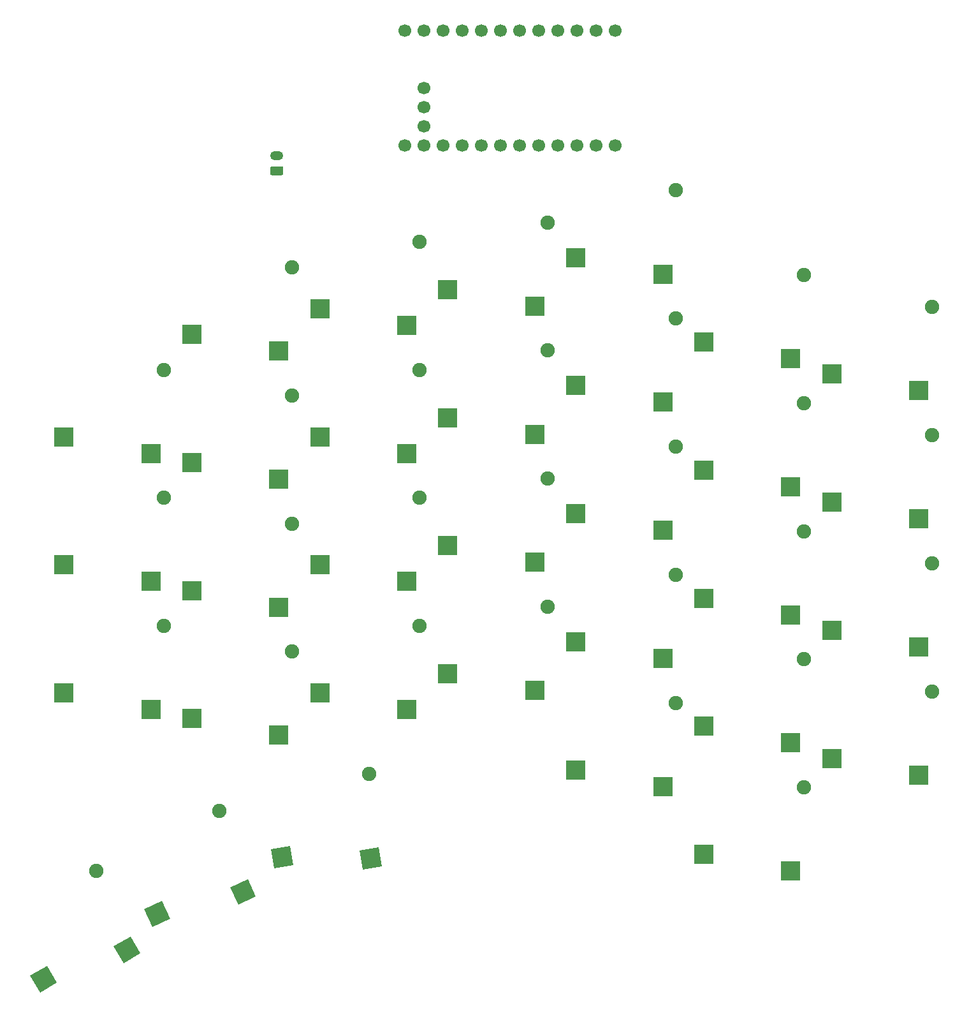
<source format=gbl>
G04 #@! TF.GenerationSoftware,KiCad,Pcbnew,9.0.7+1*
G04 #@! TF.CreationDate,2026-02-15T05:04:06+00:00*
G04 #@! TF.ProjectId,right_pcb,72696768-745f-4706-9362-2e6b69636164,v0.2*
G04 #@! TF.SameCoordinates,Original*
G04 #@! TF.FileFunction,Copper,L2,Bot*
G04 #@! TF.FilePolarity,Positive*
%FSLAX46Y46*%
G04 Gerber Fmt 4.6, Leading zero omitted, Abs format (unit mm)*
G04 Created by KiCad (PCBNEW 9.0.7+1) date 2026-02-15 05:04:06*
%MOMM*%
%LPD*%
G01*
G04 APERTURE LIST*
G04 #@! TA.AperFunction,ComponentPad*
%ADD10C,1.900000*%
G04 #@! TD*
G04 #@! TA.AperFunction,SMDPad,CuDef*
%ADD11R,2.600000X2.600000*%
G04 #@! TD*
G04 #@! TA.AperFunction,ComponentPad*
%ADD12C,1.700000*%
G04 #@! TD*
G04 #@! TA.AperFunction,ComponentPad*
%ADD13O,1.750000X1.200000*%
G04 #@! TD*
G04 APERTURE END LIST*
D10*
X310000000Y-127850000D03*
D11*
X308275000Y-138950000D03*
X296725000Y-136750000D03*
D10*
X310000000Y-110850000D03*
D11*
X308275000Y-121950000D03*
X296725000Y-119750000D03*
D10*
X310000000Y-93850000D03*
D11*
X308275000Y-104950000D03*
X296725000Y-102750000D03*
D10*
X310000000Y-76850000D03*
D11*
X308275000Y-87950000D03*
X296725000Y-85750000D03*
D10*
X293000000Y-140600000D03*
D11*
X291275000Y-151700000D03*
X279725000Y-149500000D03*
D10*
X293000000Y-123600000D03*
D11*
X291275000Y-134700000D03*
X279725000Y-132500000D03*
D10*
X293000000Y-106600000D03*
D11*
X291275000Y-117700000D03*
X279725000Y-115500000D03*
D10*
X293000000Y-89600000D03*
D11*
X291275000Y-100700000D03*
X279725000Y-98500000D03*
D10*
X293000000Y-72600000D03*
D11*
X291275000Y-83700000D03*
X279725000Y-81500000D03*
D10*
X276000000Y-129380000D03*
D11*
X274275000Y-140480000D03*
X262725000Y-138280000D03*
D10*
X276000000Y-112380000D03*
D11*
X274275000Y-123480000D03*
X262725000Y-121280000D03*
D10*
X276000000Y-95380000D03*
D11*
X274275000Y-106480000D03*
X262725000Y-104280000D03*
D10*
X276000000Y-78380000D03*
D11*
X274275000Y-89480000D03*
X262725000Y-87280000D03*
D10*
X276000000Y-61380000D03*
D11*
X274275000Y-72480000D03*
X262725000Y-70280000D03*
D10*
X259000000Y-116630000D03*
D11*
X257275000Y-127730000D03*
X245725000Y-125530000D03*
D10*
X259000000Y-99630000D03*
D11*
X257275000Y-110730000D03*
X245725000Y-108530000D03*
D10*
X259000000Y-82630000D03*
D11*
X257275000Y-93730000D03*
X245725000Y-91530000D03*
D10*
X259000000Y-65630000D03*
D11*
X257275000Y-76730000D03*
X245725000Y-74530000D03*
D10*
X242000000Y-119180000D03*
D11*
X240275000Y-130280000D03*
X228725000Y-128080000D03*
D10*
X242000000Y-102180000D03*
D11*
X240275000Y-113280000D03*
X228725000Y-111080000D03*
D10*
X242000000Y-85180000D03*
D11*
X240275000Y-96280000D03*
X228725000Y-94080000D03*
D10*
X242000000Y-68180000D03*
D11*
X240275000Y-79280000D03*
X228725000Y-77080000D03*
D10*
X225000000Y-122580000D03*
D11*
X223275000Y-133680000D03*
X211725000Y-131480000D03*
D10*
X225000000Y-105580000D03*
D11*
X223275000Y-116680000D03*
X211725000Y-114480000D03*
D10*
X225000000Y-88580000D03*
D11*
X223275000Y-99680000D03*
X211725000Y-97480000D03*
D10*
X225000000Y-71580000D03*
D11*
X223275000Y-82680000D03*
X211725000Y-80480000D03*
D10*
X208000000Y-119180000D03*
D11*
X206275000Y-130280000D03*
X194725000Y-128080000D03*
D10*
X208000000Y-102180000D03*
D11*
X206275000Y-113280000D03*
X194725000Y-111080000D03*
D10*
X208000000Y-85180000D03*
D11*
X206275000Y-96280000D03*
X194725000Y-94080000D03*
D10*
X235249751Y-138789999D03*
G04 #@! TA.AperFunction,SMDPad,CuDef*
G36*
X236532959Y-148514915D02*
G01*
X236984445Y-151075415D01*
X234423945Y-151526901D01*
X233972459Y-148966401D01*
X236532959Y-148514915D01*
G37*
G04 #@! TD.AperFunction*
G04 #@! TA.AperFunction,SMDPad,CuDef*
G36*
X224776404Y-148353975D02*
G01*
X225227890Y-150914475D01*
X222667390Y-151365961D01*
X222215904Y-148805461D01*
X224776404Y-148353975D01*
G37*
G04 #@! TD.AperFunction*
X215384327Y-143684938D03*
G04 #@! TA.AperFunction,SMDPad,CuDef*
G36*
X219140805Y-152746367D02*
G01*
X220239613Y-155102767D01*
X217883213Y-156201575D01*
X216784405Y-153845175D01*
X219140805Y-152746367D01*
G37*
G04 #@! TD.AperFunction*
G04 #@! TA.AperFunction,SMDPad,CuDef*
G36*
X207743190Y-155633730D02*
G01*
X208841998Y-157990130D01*
X206485598Y-159088938D01*
X205386790Y-156732538D01*
X207743190Y-155633730D01*
G37*
G04 #@! TD.AperFunction*
X199061822Y-151690139D03*
G04 #@! TA.AperFunction,SMDPad,CuDef*
G36*
X203593761Y-160389688D02*
G01*
X204893761Y-162641354D01*
X202642095Y-163941354D01*
X201342095Y-161689688D01*
X203593761Y-160389688D01*
G37*
G04 #@! TD.AperFunction*
G04 #@! TA.AperFunction,SMDPad,CuDef*
G36*
X192491168Y-164259432D02*
G01*
X193791168Y-166511098D01*
X191539502Y-167811098D01*
X190239502Y-165559432D01*
X192491168Y-164259432D01*
G37*
G04 #@! TD.AperFunction*
D12*
X267950000Y-40150000D03*
X267950000Y-55390000D03*
X265410000Y-40150000D03*
X265410000Y-55390000D03*
X262870000Y-40150000D03*
X262870000Y-55390000D03*
X260330000Y-40150000D03*
X260330000Y-55390000D03*
X257790000Y-40150000D03*
X257790000Y-55390000D03*
X255250000Y-40150000D03*
X255250000Y-55390000D03*
X252710000Y-40150000D03*
X252710000Y-55390000D03*
X250170000Y-40150000D03*
X250170000Y-55390000D03*
X247630000Y-40150000D03*
X247630000Y-55390000D03*
X245090000Y-40150000D03*
X245090000Y-55390000D03*
X242550000Y-40150000D03*
X242550000Y-55390000D03*
X240010000Y-40150000D03*
X240010000Y-55390000D03*
X242550000Y-52850000D03*
X242550000Y-50310000D03*
X242550000Y-47770000D03*
G04 #@! TA.AperFunction,ComponentPad*
G36*
G01*
X223635000Y-59370000D02*
X222365000Y-59370000D01*
G75*
G02*
X222125000Y-59130000I0J240000D01*
G01*
X222125000Y-58410000D01*
G75*
G02*
X222365000Y-58170000I240000J0D01*
G01*
X223635000Y-58170000D01*
G75*
G02*
X223875000Y-58410000I0J-240000D01*
G01*
X223875000Y-59130000D01*
G75*
G02*
X223635000Y-59370000I-240000J0D01*
G01*
G37*
G04 #@! TD.AperFunction*
D13*
X223000000Y-56770000D03*
M02*

</source>
